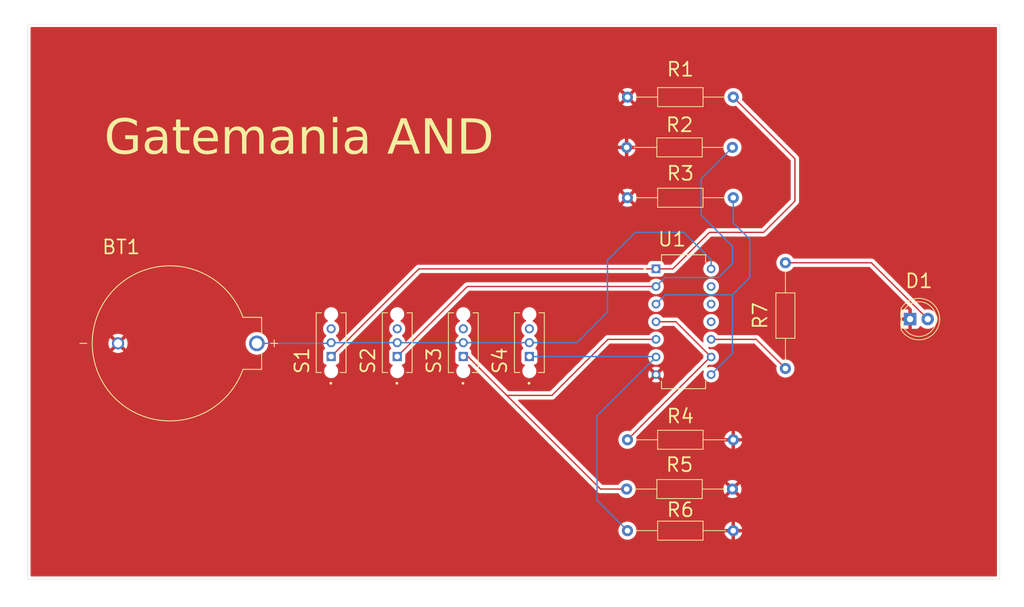
<source format=kicad_pcb>
(kicad_pcb (version 20240108) (generator "pcbnew") (generator_version "8.0")
  (title_block (title "Gatemania AND") (date "2024-05-23") (rev "1.0") (company "Simon Roth"))
  (layers (0 "F.Cu" signal) (31 "B.Cu" signal) (34 "B.Paste" user) (35 "F.Paste" user) (36 "B.SilkS" user "B.Silkscreen") (37 "F.SilkS" user "F.Silkscreen") (38 "B.Mask" user) (39 "F.Mask" user) (44 "Edge.Cuts" user))
  (net 0 "")
  (net 1 "+3V")
  (net 2 "GND")
  (net 3 "Net-(D1-A)")
  (net 4 "/SW1")
  (net 5 "/SW2")
  (net 6 "/SW1&SW2")
  (net 7 "/SW3&SW4")
  (net 8 "/SW3")
  (net 9 "/SW4")
  (net 10 "/LED")
  (footprint "Resistor_THT:R_Axial_DIN0207_L6.3mm_D2.5mm_P15.24mm_Horizontal" (layer "F.Cu") (at 175.63 105.62 90)
    (property "Reference" "R7" (at 7.62 -3.63 -90) (layer "F.SilkS") (effects (font (size 2 2) (thickness 0.25))))
    (property "Value" "100R")
    (fp_line (start 10.89 -1.37) (end 4.35 -1.37) (stroke (width 0.12)) (layer "F.SilkS"))
    (fp_line (start 4.35 -1.37) (end 4.35 1.37) (stroke (width 0.12)) (layer "F.SilkS"))
    (fp_line (start 14.2 0) (end 10.89 0) (stroke (width 0.12)) (layer "F.SilkS"))
    (fp_line (start 1.04 0) (end 4.35 0) (stroke (width 0.12)) (layer "F.SilkS"))
    (fp_line (start 10.89 1.37) (end 10.89 -1.37) (stroke (width 0.12)) (layer "F.SilkS"))
    (fp_line (start 4.35 1.37) (end 10.89 1.37) (stroke (width 0.12)) (layer "F.SilkS"))
    (pad "1" thru_hole circle (at 0 0 90) (size 1.6 1.6) (drill 0.8) (layers "*.Cu" "*.Mask") (net 10 "/LED"))
    (pad "2" thru_hole oval (at 15.24 0 90) (size 1.6 1.6) (drill 0.8) (layers "*.Cu" "*.Mask") (net 3 "Net-(D1-A)"))
  )
  (footprint "gatemania_and:CD4081BE" (layer "F.Cu") (at 160.9625 98.88)
    (property "Reference" "U1" (at -1.669 -11.88 0) (layer "F.SilkS") (effects (font (size 2 2) (thickness 0.25))))
    (property "Value" "CD4081BE")
    (fp_line (start -3.175 -9.6525) (end -3.175 -8.564) (stroke (width 0.127)) (layer "F.SilkS"))
    (fp_line (start -3.175 -9.6525) (end 3.175 -9.6525) (stroke (width 0.127)) (layer "F.SilkS"))
    (fp_line (start -3.175 9.6525) (end -3.175 8.564) (stroke (width 0.127)) (layer "F.SilkS"))
    (fp_line (start -3.175 9.6525) (end 3.175 9.6525) (stroke (width 0.127)) (layer "F.SilkS"))
    (fp_line (start 3.175 -9.6525) (end 3.175 -8.564) (stroke (width 0.127)) (layer "F.SilkS"))
    (fp_line (start 3.175 9.6525) (end 3.175 8.564) (stroke (width 0.127)) (layer "F.SilkS"))
    (fp_circle (center -5.594 -7.62) (end -5.494 -7.62) (stroke (width 0.2)) (fill none) (layer "F.SilkS"))
    (pad "1" thru_hole rect (at -3.97 -7.62) (size 1.248 1.248) (drill 0.74) (layers "*.Cu" "*.Mask") (net 4 "/SW1"))
    (pad "2" thru_hole circle (at -3.97 -5.08) (size 1.248 1.248) (drill 0.74) (layers "*.Cu" "*.Mask") (net 5 "/SW2"))
    (pad "3" thru_hole circle (at -3.97 -2.54) (size 1.248 1.248) (drill 0.74) (layers "*.Cu" "*.Mask") (net 6 "/SW1&SW2"))
    (pad "4" thru_hole circle (at -3.97 0) (size 1.248 1.248) (drill 0.74) (layers "*.Cu" "*.Mask") (net 7 "/SW3&SW4"))
    (pad "5" thru_hole circle (at -3.97 2.54) (size 1.248 1.248) (drill 0.74) (layers "*.Cu" "*.Mask") (net 8 "/SW3"))
    (pad "6" thru_hole circle (at -3.97 5.08) (size 1.248 1.248) (drill 0.74) (layers "*.Cu" "*.Mask") (net 9 "/SW4"))
    (pad "7" thru_hole circle (at -3.97 7.62) (size 1.248 1.248) (drill 0.74) (layers "*.Cu" "*.Mask") (net 2 "GND"))
    (pad "8" thru_hole circle (at 3.97 7.62) (size 1.248 1.248) (drill 0.74) (layers "*.Cu" "*.Mask") (net 6 "/SW1&SW2"))
    (pad "9" thru_hole circle (at 3.97 5.08) (size 1.248 1.248) (drill 0.74) (layers "*.Cu" "*.Mask") (net 7 "/SW3&SW4"))
    (pad "10" thru_hole circle (at 3.97 2.54) (size 1.248 1.248) (drill 0.74) (layers "*.Cu" "*.Mask") (net 10 "/LED"))
    (pad "11" thru_hole circle (at 3.97 0) (size 1.248 1.248) (drill 0.74) (layers "*.Cu" "*.Mask"))
    (pad "12" thru_hole circle (at 3.97 -2.54) (size 1.248 1.248) (drill 0.74) (layers "*.Cu" "*.Mask"))
    (pad "13" thru_hole circle (at 3.97 -5.08) (size 1.248 1.248) (drill 0.74) (layers "*.Cu" "*.Mask"))
    (pad "14" thru_hole circle (at 3.97 -7.62) (size 1.248 1.248) (drill 0.74) (layers "*.Cu" "*.Mask") (net 1 "+3V"))
  )
  (footprint "gatemania_and:OS102011MS2QN1" (layer "F.Cu") (at 138.75 101.9 90)
    (property "Reference" "S4" (at -2.6 -4.25 -90) (layer "F.SilkS") (effects (font (size 2 2) (thickness 0.25))))
    (property "Value" "~")
    (fp_line (start 4.3 -2.15) (end -4.3 -2.15) (stroke (width 0.127)) (layer "F.SilkS"))
    (fp_line (start -4.3 -2.15) (end -4.3 -1.4) (stroke (width 0.127)) (layer "F.SilkS"))
    (fp_line (start 4.3 -1.4) (end 4.3 -2.15) (stroke (width 0.127)) (layer "F.SilkS"))
    (fp_line (start -4.3 1.3) (end -4.3 2.15) (stroke (width 0.127)) (layer "F.SilkS"))
    (fp_line (start 4.3 2.15) (end 4.3 1.4) (stroke (width 0.127)) (layer "F.SilkS"))
    (fp_line (start -4.3 2.15) (end 4.3 2.15) (stroke (width 0.127)) (layer "F.SilkS"))
    (fp_circle (center -5.85 -0.05) (end -5.75 -0.05) (stroke (width 0.2)) (fill none) (layer "F.SilkS"))
    (pad "" np_thru_hole circle (at -4.1 0 90) (size 1.5 1.5) (drill 1.5) (layers "*.Cu" "*.Mask"))
    (pad "" np_thru_hole circle (at 4.1 0 90) (size 1.5 1.5) (drill 1.5) (layers "*.Cu" "*.Mask"))
    (pad "1" thru_hole rect (at -2 0 90) (size 1.308 1.308) (drill 0.8) (layers "*.Cu" "*.Mask") (net 9 "/SW4"))
    (pad "2" thru_hole circle (at 0 0 90) (size 1.308 1.308) (drill 0.8) (layers "*.Cu" "*.Mask") (net 1 "+3V"))
    (pad "3" thru_hole circle (at 2 0 90) (size 1.308 1.308) (drill 0.8) (layers "*.Cu" "*.Mask"))
  )
  (footprint "gatemania_and:OS102011MS2QN1" (layer "F.Cu") (at 110.2 101.9 90)
    (property "Reference" "S1" (at -2.6 -4.2 -90) (layer "F.SilkS") (effects (font (size 2 2) (thickness 0.25))))
    (property "Value" "~")
    (fp_line (start 4.3 -2.15) (end -4.3 -2.15) (stroke (width 0.127)) (layer "F.SilkS"))
    (fp_line (start -4.3 -2.15) (end -4.3 -1.4) (stroke (width 0.127)) (layer "F.SilkS"))
    (fp_line (start 4.3 -1.4) (end 4.3 -2.15) (stroke (width 0.127)) (layer "F.SilkS"))
    (fp_line (start -4.3 1.3) (end -4.3 2.15) (stroke (width 0.127)) (layer "F.SilkS"))
    (fp_line (start 4.3 2.15) (end 4.3 1.4) (stroke (width 0.127)) (layer "F.SilkS"))
    (fp_line (start -4.3 2.15) (end 4.3 2.15) (stroke (width 0.127)) (layer "F.SilkS"))
    (fp_circle (center -5.85 -0.05) (end -5.75 -0.05) (stroke (width 0.2)) (fill none) (layer "F.SilkS"))
    (pad "" np_thru_hole circle (at -4.1 0 90) (size 1.5 1.5) (drill 1.5) (layers "*.Cu" "*.Mask"))
    (pad "" np_thru_hole circle (at 4.1 0 90) (size 1.5 1.5) (drill 1.5) (layers "*.Cu" "*.Mask"))
    (pad "1" thru_hole rect (at -2 0 90) (size 1.308 1.308) (drill 0.8) (layers "*.Cu" "*.Mask") (net 4 "/SW1"))
    (pad "2" thru_hole circle (at 0 0 90) (size 1.308 1.308) (drill 0.8) (layers "*.Cu" "*.Mask") (net 1 "+3V"))
    (pad "3" thru_hole circle (at 2 0 90) (size 1.308 1.308) (drill 0.8) (layers "*.Cu" "*.Mask"))
  )
  (footprint "gatemania_and:OS102011MS2QN1" (layer "F.Cu") (at 129.233332 101.9 90)
    (property "Reference" "S3" (at -2.6 -4.233332 -90) (layer "F.SilkS") (effects (font (size 2 2) (thickness 0.25))))
    (property "Value" "~")
    (fp_line (start 4.3 -2.15) (end -4.3 -2.15) (stroke (width 0.127)) (layer "F.SilkS"))
    (fp_line (start -4.3 -2.15) (end -4.3 -1.4) (stroke (width 0.127)) (layer "F.SilkS"))
    (fp_line (start 4.3 -1.4) (end 4.3 -2.15) (stroke (width 0.127)) (layer "F.SilkS"))
    (fp_line (start -4.3 1.3) (end -4.3 2.15) (stroke (width 0.127)) (layer "F.SilkS"))
    (fp_line (start 4.3 2.15) (end 4.3 1.4) (stroke (width 0.127)) (layer "F.SilkS"))
    (fp_line (start -4.3 2.15) (end 4.3 2.15) (stroke (width 0.127)) (layer "F.SilkS"))
    (fp_circle (center -5.85 -0.05) (end -5.75 -0.05) (stroke (width 0.2)) (fill none) (layer "F.SilkS"))
    (pad "" np_thru_hole circle (at -4.1 0 90) (size 1.5 1.5) (drill 1.5) (layers "*.Cu" "*.Mask"))
    (pad "" np_thru_hole circle (at 4.1 0 90) (size 1.5 1.5) (drill 1.5) (layers "*.Cu" "*.Mask"))
    (pad "1" thru_hole rect (at -2 0 90) (size 1.308 1.308) (drill 0.8) (layers "*.Cu" "*.Mask") (net 8 "/SW3"))
    (pad "2" thru_hole circle (at 0 0 90) (size 1.308 1.308) (drill 0.8) (layers "*.Cu" "*.Mask") (net 1 "+3V"))
    (pad "3" thru_hole circle (at 2 0 90) (size 1.308 1.308) (drill 0.8) (layers "*.Cu" "*.Mask"))
  )
  (footprint "Resistor_THT:R_Axial_DIN0207_L6.3mm_D2.5mm_P15.24mm_Horizontal" (layer "F.Cu") (at 152.88 115.9)
    (property "Reference" "R4" (at 7.62 -3.4 0) (layer "F.SilkS") (effects (font (size 2 2) (thickness 0.25))))
    (property "Value" "10K")
    (fp_line (start 1.04 0) (end 4.35 0) (stroke (width 0.12)) (layer "F.SilkS"))
    (fp_line (start 4.35 -1.37) (end 4.35 1.37) (stroke (width 0.12)) (layer "F.SilkS"))
    (fp_line (start 4.35 1.37) (end 10.89 1.37) (stroke (width 0.12)) (layer "F.SilkS"))
    (fp_line (start 10.89 -1.37) (end 4.35 -1.37) (stroke (width 0.12)) (layer "F.SilkS"))
    (fp_line (start 10.89 1.37) (end 10.89 -1.37) (stroke (width 0.12)) (layer "F.SilkS"))
    (fp_line (start 14.2 0) (end 10.89 0) (stroke (width 0.12)) (layer "F.SilkS"))
    (pad "1" thru_hole circle (at 0 0) (size 1.6 1.6) (drill 0.8) (layers "*.Cu" "*.Mask") (net 7 "/SW3&SW4"))
    (pad "2" thru_hole oval (at 15.24 0) (size 1.6 1.6) (drill 0.8) (layers "*.Cu" "*.Mask") (net 2 "GND"))
  )
  (footprint "LED_THT:LED_D5.0mm" (layer "F.Cu") (at 193.59 98.5)
    (property "Reference" "D1" (at 1.27 -5.5 0) (layer "F.SilkS") (effects (font (size 2 2) (thickness 0.25))))
    (property "Value" "LED")
    (fp_line (start -1.29 -1.545) (end -1.29 1.545) (stroke (width 0.12)) (layer "F.SilkS"))
    (fp_arc (start -1.29 -1.54483) (mid 2.072002 -2.880433) (end 4.26 0.000462) (stroke (width 0.12)) (layer "F.SilkS"))
    (fp_arc (start 4.26 -0.000462) (mid 2.072002 2.880433) (end -1.29 1.54483) (stroke (width 0.12)) (layer "F.SilkS"))
    (fp_circle (center 1.27 0) (end 3.77 0) (stroke (width 0.12)) (fill none) (layer "F.SilkS"))
    (pad "1" thru_hole rect (at 0 0) (size 1.8 1.8) (drill 0.9) (layers "*.Cu" "*.Mask") (net 2 "GND"))
    (pad "2" thru_hole circle (at 2.54 0) (size 1.8 1.8) (drill 0.9) (layers "*.Cu" "*.Mask") (net 3 "Net-(D1-A)"))
  )
  (footprint "Resistor_THT:R_Axial_DIN0207_L6.3mm_D2.5mm_P15.24mm_Horizontal" (layer "F.Cu") (at 152.88 81)
    (property "Reference" "R3" (at 7.62 -3.5 0) (layer "F.SilkS") (effects (font (size 2 2) (thickness 0.25))))
    (property "Value" "10K")
    (fp_line (start 1.04 0) (end 4.35 0) (stroke (width 0.12)) (layer "F.SilkS"))
    (fp_line (start 4.35 -1.37) (end 4.35 1.37) (stroke (width 0.12)) (layer "F.SilkS"))
    (fp_line (start 4.35 1.37) (end 10.89 1.37) (stroke (width 0.12)) (layer "F.SilkS"))
    (fp_line (start 10.89 -1.37) (end 4.35 -1.37) (stroke (width 0.12)) (layer "F.SilkS"))
    (fp_line (start 10.89 1.37) (end 10.89 -1.37) (stroke (width 0.12)) (layer "F.SilkS"))
    (fp_line (start 14.2 0) (end 10.89 0) (stroke (width 0.12)) (layer "F.SilkS"))
    (pad "1" thru_hole circle (at 0 0) (size 1.6 1.6) (drill 0.8) (layers "*.Cu" "*.Mask") (net 2 "GND"))
    (pad "2" thru_hole oval (at 15.24 0) (size 1.6 1.6) (drill 0.8) (layers "*.Cu" "*.Mask") (net 6 "/SW1&SW2"))
  )
  (footprint "Resistor_THT:R_Axial_DIN0207_L6.3mm_D2.5mm_P15.24mm_Horizontal" (layer "F.Cu") (at 152.88 66.5)
    (property "Reference" "R1" (at 7.62 -4 0) (layer "F.SilkS") (effects (font (size 2 2) (thickness 0.25))))
    (property "Value" "10K")
    (fp_line (start 1.04 0) (end 4.35 0) (stroke (width 0.12)) (layer "F.SilkS"))
    (fp_line (start 4.35 -1.37) (end 4.35 1.37) (stroke (width 0.12)) (layer "F.SilkS"))
    (fp_line (start 4.35 1.37) (end 10.89 1.37) (stroke (width 0.12)) (layer "F.SilkS"))
    (fp_line (start 10.89 -1.37) (end 4.35 -1.37) (stroke (width 0.12)) (layer "F.SilkS"))
    (fp_line (start 10.89 1.37) (end 10.89 -1.37) (stroke (width 0.12)) (layer "F.SilkS"))
    (fp_line (start 14.2 0) (end 10.89 0) (stroke (width 0.12)) (layer "F.SilkS"))
    (pad "1" thru_hole circle (at 0 0) (size 1.6 1.6) (drill 0.8) (layers "*.Cu" "*.Mask") (net 2 "GND"))
    (pad "2" thru_hole oval (at 15.24 0) (size 1.6 1.6) (drill 0.8) (layers "*.Cu" "*.Mask") (net 4 "/SW1"))
  )
  (footprint "Resistor_THT:R_Axial_DIN0207_L6.3mm_D2.5mm_P15.24mm_Horizontal" (layer "F.Cu") (at 168 123 180)
    (property "Reference" "R5" (at 7.62 3.5 180) (layer "F.SilkS") (effects (font (size 2 2) (thickness 0.25))))
    (property "Value" "10K")
    (fp_line (start 14.2 0) (end 10.89 0) (stroke (width 0.12)) (layer "F.SilkS"))
    (fp_line (start 10.89 1.37) (end 10.89 -1.37) (stroke (width 0.12)) (layer "F.SilkS"))
    (fp_line (start 10.89 -1.37) (end 4.35 -1.37) (stroke (width 0.12)) (layer "F.SilkS"))
    (fp_line (start 4.35 1.37) (end 10.89 1.37) (stroke (width 0.12)) (layer "F.SilkS"))
    (fp_line (start 4.35 -1.37) (end 4.35 1.37) (stroke (width 0.12)) (layer "F.SilkS"))
    (fp_line (start 1.04 0) (end 4.35 0) (stroke (width 0.12)) (layer "F.SilkS"))
    (pad "1" thru_hole circle (at 0 0 180) (size 1.6 1.6) (drill 0.8) (layers "*.Cu" "*.Mask") (net 2 "GND"))
    (pad "2" thru_hole oval (at 15.24 0 180) (size 1.6 1.6) (drill 0.8) (layers "*.Cu" "*.Mask") (net 8 "/SW3"))
  )
  (footprint "Resistor_THT:R_Axial_DIN0207_L6.3mm_D2.5mm_P15.24mm_Horizontal" (layer "F.Cu") (at 168 73.75 180)
    (property "Reference" "R2" (at 7.62 3.25 180) (layer "F.SilkS") (effects (font (size 2 2) (thickness 0.25))))
    (property "Value" "10K")
    (fp_line (start 14.2 0) (end 10.89 0) (stroke (width 0.12)) (layer "F.SilkS"))
    (fp_line (start 10.89 1.37) (end 10.89 -1.37) (stroke (width 0.12)) (layer "F.SilkS"))
    (fp_line (start 10.89 -1.37) (end 4.35 -1.37) (stroke (width 0.12)) (layer "F.SilkS"))
    (fp_line (start 4.35 1.37) (end 10.89 1.37) (stroke (width 0.12)) (layer "F.SilkS"))
    (fp_line (start 4.35 -1.37) (end 4.35 1.37) (stroke (width 0.12)) (layer "F.SilkS"))
    (fp_line (start 1.04 0) (end 4.35 0) (stroke (width 0.12)) (layer "F.SilkS"))
    (pad "1" thru_hole circle (at 0 0 180) (size 1.6 1.6) (drill 0.8) (layers "*.Cu" "*.Mask") (net 5 "/SW2"))
    (pad "2" thru_hole oval (at 15.24 0 180) (size 1.6 1.6) (drill 0.8) (layers "*.Cu" "*.Mask") (net 2 "GND"))
  )
  (footprint "Resistor_THT:R_Axial_DIN0207_L6.3mm_D2.5mm_P15.24mm_Horizontal" (layer "F.Cu") (at 152.88 129)
    (property "Reference" "R6" (at 7.62 -3 0) (layer "F.SilkS") (effects (font (size 2 2) (thickness 0.25))))
    (property "Value" "10K")
    (fp_line (start 1.04 0) (end 4.35 0) (stroke (width 0.12)) (layer "F.SilkS"))
    (fp_line (start 4.35 -1.37) (end 4.35 1.37) (stroke (width 0.12)) (layer "F.SilkS"))
    (fp_line (start 4.35 1.37) (end 10.89 1.37) (stroke (width 0.12)) (layer "F.SilkS"))
    (fp_line (start 10.89 -1.37) (end 4.35 -1.37) (stroke (width 0.12)) (layer "F.SilkS"))
    (fp_line (start 10.89 1.37) (end 10.89 -1.37) (stroke (width 0.12)) (layer "F.SilkS"))
    (fp_line (start 14.2 0) (end 10.89 0) (stroke (width 0.12)) (layer "F.SilkS"))
    (pad "1" thru_hole circle (at 0 0) (size 1.6 1.6) (drill 0.8) (layers "*.Cu" "*.Mask") (net 9 "/SW4"))
    (pad "2" thru_hole oval (at 15.24 0) (size 1.6 1.6) (drill 0.8) (layers "*.Cu" "*.Mask") (net 2 "GND"))
  )
  (footprint "gatemania_and:BS-7" (layer "F.Cu") (at 89.5 102)
    (property "Reference" "BT1" (at -9.555 -13.889 0) (layer "F.SilkS") (effects (font (size 2 2) (thickness 0.25))))
    (property "Value" "BS-7")
    (fp_line (start -15.5 0) (end -14.5 0) (stroke (width 0.127)) (layer "F.SilkS"))
    (fp_line (start 10.69 -3.75) (end 7.995 -3.75) (stroke (width 0.127)) (layer "F.SilkS"))
    (fp_line (start 10.69 -3.75) (end 10.69 -1.47) (stroke (width 0.127)) (layer "F.SilkS"))
    (fp_line (start 10.69 3.75) (end 7.995 3.75) (stroke (width 0.127)) (layer "F.SilkS"))
    (fp_line (start 10.69 3.75) (end 10.69 1.47) (stroke (width 0.127)) (layer "F.SilkS"))
    (fp_line (start 12 0) (end 13 0) (stroke (width 0.127)) (layer "F.SilkS"))
    (fp_line (start 12.5 -0.5) (end 12.5 0.5) (stroke (width 0.127)) (layer "F.SilkS"))
    (fp_arc (start 7.995 3.75) (mid -13.712925 0) (end 7.995 -3.75) (stroke (width 0.127)) (layer "F.SilkS"))
    (pad "+" thru_hole circle (at 10 0) (size 2.25 2.25) (drill 1.5) (layers "*.Cu" "*.Mask") (net 1 "+3V"))
    (pad "-" thru_hole circle (at -10 0) (size 1.755 1.755) (drill 1.17) (layers "*.Cu" "*.Mask") (net 2 "GND"))
  )
  (footprint "gatemania_and:OS102011MS2QN1" (layer "F.Cu") (at 119.716666 101.9 90)
    (property "Reference" "S2" (at -2.6 -4.216666 -90) (layer "F.SilkS") (effects (font (size 2 2) (thickness 0.25))))
    (property "Value" "~")
    (fp_line (start 4.3 -2.15) (end -4.3 -2.15) (stroke (width 0.127)) (layer "F.SilkS"))
    (fp_line (start -4.3 -2.15) (end -4.3 -1.4) (stroke (width 0.127)) (layer "F.SilkS"))
    (fp_line (start 4.3 -1.4) (end 4.3 -2.15) (stroke (width 0.127)) (layer "F.SilkS"))
    (fp_line (start -4.3 1.3) (end -4.3 2.15) (stroke (width 0.127)) (layer "F.SilkS"))
    (fp_line (start 4.3 2.15) (end 4.3 1.4) (stroke (width 0.127)) (layer "F.SilkS"))
    (fp_line (start -4.3 2.15) (end 4.3 2.15) (stroke (width 0.127)) (layer "F.SilkS"))
    (fp_circle (center -5.85 -0.05) (end -5.75 -0.05) (stroke (width 0.2)) (fill none) (layer "F.SilkS"))
    (pad "" np_thru_hole circle (at -4.1 0 90) (size 1.5 1.5) (drill 1.5) (layers "*.Cu" "*.Mask"))
    (pad "" np_thru_hole circle (at 4.1 0 90) (size 1.5 1.5) (drill 1.5) (layers "*.Cu" "*.Mask"))
    (pad "1" thru_hole rect (at -2 0 90) (size 1.308 1.308) (drill 0.8) (layers "*.Cu" "*.Mask") (net 5 "/SW2"))
    (pad "2" thru_hole circle (at 0 0 90) (size 1.308 1.308) (drill 0.8) (layers "*.Cu" "*.Mask") (net 1 "+3V"))
    (pad "3" thru_hole circle (at 2 0 90) (size 1.308 1.308) (drill 0.8) (layers "*.Cu" "*.Mask"))
  )
  (gr_rect (start 66.5 56) (end 206.5 136) (stroke (width 0.05)) (fill none) (layer "Edge.Cuts"))
  (gr_text "Gatemania AND" (at 77.5 75.5 0) (layer "F.SilkS") (effects (font (size 5 5) (thickness 0.1)) (justify left bottom)))
  (segment (start 110.1 102) (end 110.2 101.9) (width 0.2) (layer "F.Cu") (net 1))
  (segment (start 109.5 102) (end 99.5 102) (width 0.2) (layer "B.Cu") (net 1))
  (segment (start 129.233332 101.9) (end 119.716666 101.9) (width 0.2) (layer "B.Cu") (net 1))
  (segment (start 129.233332 101.9) (end 138.75 101.9) (width 0.2) (layer "B.Cu") (net 1))
  (segment (start 161 86) (end 164.9325 89.9325) (width 0.2) (layer "B.Cu") (net 1))
  (segment (start 145.6 101.9) (end 150 97.5) (width 0.2) (layer "B.Cu") (net 1))
  (segment (start 150 90) (end 154 86) (width 0.2) (layer "B.Cu") (net 1))
  (segment (start 138.75 101.9) (end 145.6 101.9) (width 0.2) (layer "B.Cu") (net 1))
  (segment (start 109.6 101.9) (end 109.5 102) (width 0.2) (layer "B.Cu") (net 1))
  (segment (start 119.716666 101.9) (end 110.2 101.9) (width 0.2) (layer "B.Cu") (net 1))
  (segment (start 154 86) (end 161 86) (width 0.2) (layer "B.Cu") (net 1))
  (segment (start 110.2 101.9) (end 109.6 101.9) (width 0.2) (layer "B.Cu") (net 1))
  (segment (start 150 97.5) (end 150 90) (width 0.2) (layer "B.Cu") (net 1))
  (segment (start 164.9325 89.9325) (end 164.9325 91.26) (width 0.2) (layer "B.Cu") (net 1))
  (segment (start 152.88 73.63) (end 152.76 73.75) (width 0.2) (layer "F.Cu") (net 2))
  (segment (start 168.12 122.88) (end 168 123) (width 0.2) (layer "F.Cu") (net 2))
  (segment (start 152.76 74.26) (end 152.88 74.38) (width 0.2) (layer "F.Cu") (net 2))
  (segment (start 152.76 73.75) (end 152.76 74.26) (width 0.2) (layer "F.Cu") (net 2))
  (segment (start 188.01 90.38) (end 196.13 98.5) (width 0.2) (layer "F.Cu") (net 3))
  (segment (start 175.63 90.38) (end 188.01 90.38) (width 0.2) (layer "F.Cu") (net 3))
  (segment (start 177 75.38) (end 168.12 66.5) (width 0.2) (layer "F.Cu") (net 4))
  (segment (start 156.9925 91.26) (end 122.84 91.26) (width 0.2) (layer "F.Cu") (net 4))
  (segment (start 122.84 91.26) (end 110.2 103.9) (width 0.2) (layer "F.Cu") (net 4))
  (segment (start 164.675635 86) (end 172.5 86) (width 0.2) (layer "F.Cu") (net 4))
  (segment (start 159.415635 91.26) (end 164.675635 86) (width 0.2) (layer "F.Cu") (net 4))
  (segment (start 172.5 86) (end 177 81.5) (width 0.2) (layer "F.Cu") (net 4))
  (segment (start 177 81.5) (end 177 75.38) (width 0.2) (layer "F.Cu") (net 4))
  (segment (start 156.9925 91.26) (end 159.415635 91.26) (width 0.2) (layer "F.Cu") (net 4))
  (segment (start 119.716666 103.9) (end 119.716666 103.783334) (width 0.2) (layer "F.Cu") (net 5))
  (segment (start 156.9925 93.8) (end 129.816666 93.8) (width 0.2) (layer "F.Cu") (net 5))
  (segment (start 129.816666 93.8) (end 119.716666 103.9) (width 0.2) (layer "F.Cu") (net 5))
  (segment (start 163.5 78.25) (end 168 73.75) (width 0.2) (layer "B.Cu") (net 5))
  (segment (start 156.9925 93.8) (end 158.2925 92.5) (width 0.2) (layer "B.Cu") (net 5))
  (segment (start 158.2925 92.5) (end 166 92.5) (width 0.2) (layer "B.Cu") (net 5))
  (segment (start 168 90.5) (end 168 88) (width 0.2) (layer "B.Cu") (net 5))
  (segment (start 166 92.5) (end 168 90.5) (width 0.2) (layer "B.Cu") (net 5))
  (segment (start 163.5 83.5) (end 163.5 78.25) (width 0.2) (layer "B.Cu") (net 5))
  (segment (start 168 88) (end 163.5 83.5) (width 0.2) (layer "B.Cu") (net 5))
  (segment (start 168.12 81) (end 168.12 84.62) (width 0.2) (layer "B.Cu") (net 6))
  (segment (start 170.5 92.5) (end 168 95) (width 0.2) (layer "B.Cu") (net 6))
  (segment (start 168 103.4325) (end 168 95) (width 0.2) (layer "B.Cu") (net 6))
  (segment (start 158.3325 95) (end 156.9925 96.34) (width 0.2) (layer "B.Cu") (net 6))
  (segment (start 170.5 87) (end 170.5 92.5) (width 0.2) (layer "B.Cu") (net 6))
  (segment (start 164.9325 106.5) (end 168 103.4325) (width 0.2) (layer "B.Cu") (net 6))
  (segment (start 168.12 84.62) (end 170.5 87) (width 0.2) (layer "B.Cu") (net 6))
  (segment (start 168 95) (end 158.3325 95) (width 0.2) (layer "B.Cu") (net 6))
  (segment (start 152.9925 115.9) (end 152.88 115.9) (width 0.2) (layer "F.Cu") (net 7))
  (segment (start 164.82 103.96) (end 164.9325 103.96) (width 0.2) (layer "F.Cu") (net 7))
  (segment (start 159.8525 98.88) (end 156.9925 98.88) (width 0.2) (layer "F.Cu") (net 7))
  (segment (start 152.88 115.9) (end 164.82 103.96) (width 0.2) (layer "F.Cu") (net 7))
  (segment (start 164.9325 103.96) (end 159.8525 98.88) (width 0.2) (layer "F.Cu") (net 7))
  (segment (start 142 109.5) (end 135.5 109.5) (width 0.2) (layer "F.Cu") (net 8))
  (segment (start 135.5 109.5) (end 149 123) (width 0.2) (layer "F.Cu") (net 8))
  (segment (start 135.5 109.5) (end 129.9 103.9) (width 0.2) (layer "F.Cu") (net 8))
  (segment (start 149 123) (end 152.76 123) (width 0.2) (layer "F.Cu") (net 8))
  (segment (start 150.08 101.42) (end 142 109.5) (width 0.2) (layer "F.Cu") (net 8))
  (segment (start 129.9 103.9) (end 129.233332 103.9) (width 0.2) (layer "F.Cu") (net 8))
  (segment (start 156.9925 101.42) (end 150.08 101.42) (width 0.2) (layer "F.Cu") (net 8))
  (segment (start 152.88 129) (end 148.5 124.62) (width 0.2) (layer "B.Cu") (net 9))
  (segment (start 156.9325 103.9) (end 156.9925 103.96) (width 0.2) (layer "B.Cu") (net 9))
  (segment (start 148.5 112.4525) (end 156.9925 103.96) (width 0.2) (layer "B.Cu") (net 9))
  (segment (start 148.5 124.62) (end 148.5 112.4525) (width 0.2) (layer "B.Cu") (net 9))
  (segment (start 138.75 103.9) (end 156.9325 103.9) (width 0.2) (layer "B.Cu") (net 9))
  (segment (start 164.9325 101.42) (end 171.43 101.42) (width 0.2) (layer "F.Cu") (net 10))
  (segment (start 171.43 101.42) (end 175.63 105.62) (width 0.2) (layer "F.Cu") (net 10))
  (zone (net 2) (net_name "GND") (layer "F.Cu") (connect_pads (clearance 0.5)) (min_thickness 0.25) (fill yes (thermal_gap 0.5) (thermal_bridge_width 0.5))
    (polygon (pts (xy 62.5 53.5) (xy 210 52.5) (xy 209.5 137) (xy 63 140)))
  )
)
</source>
